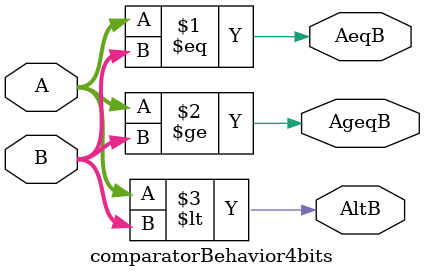
<source format=v>

module comparatorBehavior4bits(
	input [3:0] A, B,
	output AeqB, AgeqB, AltB
);

assign AeqB = (A == B);
assign AgeqB = (A >= B);
assign AltB = (A < B);

endmodule 
</source>
